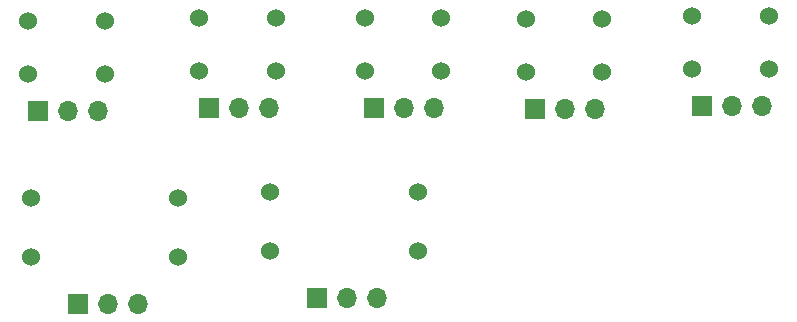
<source format=gbr>
%TF.GenerationSoftware,KiCad,Pcbnew,8.0.4*%
%TF.CreationDate,2024-09-12T20:09:12-05:00*%
%TF.ProjectId,PCBS 22,50434253-2032-4322-9e6b-696361645f70,rev?*%
%TF.SameCoordinates,Original*%
%TF.FileFunction,Soldermask,Bot*%
%TF.FilePolarity,Negative*%
%FSLAX46Y46*%
G04 Gerber Fmt 4.6, Leading zero omitted, Abs format (unit mm)*
G04 Created by KiCad (PCBNEW 8.0.4) date 2024-09-12 20:09:12*
%MOMM*%
%LPD*%
G01*
G04 APERTURE LIST*
%ADD10C,1.524000*%
%ADD11R,1.700000X1.700000*%
%ADD12O,1.700000X1.700000*%
G04 APERTURE END LIST*
D10*
%TO.C,SW1*%
X98500000Y-73000000D03*
X105000000Y-73000000D03*
X105000000Y-73000000D03*
X105000000Y-73000000D03*
X98500000Y-77500000D03*
X105000000Y-77500000D03*
%TD*%
D11*
%TO.C,J1*%
X127835000Y-80405000D03*
D12*
X130375000Y-80405000D03*
X132915000Y-80405000D03*
%TD*%
D10*
%TO.C,SW5*%
X154750000Y-72600000D03*
X161250000Y-72600000D03*
X161250000Y-72600000D03*
X161250000Y-72600000D03*
X154750000Y-77100000D03*
X161250000Y-77100000D03*
%TD*%
%TO.C,SW2*%
X113000000Y-72750000D03*
X119500000Y-72750000D03*
X119500000Y-72750000D03*
X119500000Y-72750000D03*
X113000000Y-77250000D03*
X119500000Y-77250000D03*
%TD*%
%TO.C,SW6*%
X98729671Y-88000000D03*
X111229671Y-88000000D03*
X98729671Y-93000000D03*
X111229671Y-93000000D03*
%TD*%
D11*
%TO.C,J1*%
X99335000Y-80655000D03*
D12*
X101875000Y-80655000D03*
X104415000Y-80655000D03*
%TD*%
D10*
%TO.C,SW7*%
X119000000Y-87500000D03*
X131500000Y-87500000D03*
X119000000Y-92500000D03*
X131500000Y-92500000D03*
%TD*%
%TO.C,SW4*%
X140625000Y-72845000D03*
X147125000Y-72845000D03*
X147125000Y-72845000D03*
X147125000Y-72845000D03*
X140625000Y-77345000D03*
X147125000Y-77345000D03*
%TD*%
%TO.C,SW3*%
X127000000Y-72750000D03*
X133500000Y-72750000D03*
X133500000Y-72750000D03*
X133500000Y-72750000D03*
X127000000Y-77250000D03*
X133500000Y-77250000D03*
%TD*%
D11*
%TO.C,J2*%
X102729671Y-97000000D03*
D12*
X105269671Y-97000000D03*
X107809671Y-97000000D03*
%TD*%
D11*
%TO.C,J1*%
X155585000Y-80255000D03*
D12*
X158125000Y-80255000D03*
X160665000Y-80255000D03*
%TD*%
D11*
%TO.C,J1*%
X141460000Y-80500000D03*
D12*
X144000000Y-80500000D03*
X146540000Y-80500000D03*
%TD*%
D11*
%TO.C,J3*%
X123000000Y-96500000D03*
D12*
X125540000Y-96500000D03*
X128080000Y-96500000D03*
%TD*%
D11*
%TO.C,J1*%
X113835000Y-80405000D03*
D12*
X116375000Y-80405000D03*
X118915000Y-80405000D03*
%TD*%
M02*

</source>
